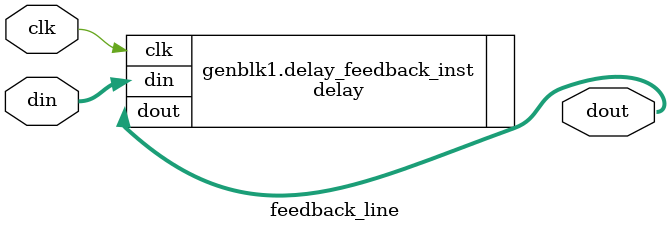
<source format=v>
`default_nettype none

module feedback_line #(
    parameter DIN_WIDTH = 16,
    parameter FEEDBACK_SIZE= 32,
    parameter DELAY_TYPE = "delay" //delay or bram
) (
    input wire clk,
    input wire [DIN_WIDTH-1:0] din,
    output wire [DIN_WIDTH-1:0] dout
);


generate 
    if(DELAY_TYPE == "bram")begin
        //to test!!!!
        fifo_sync #(
            .DIN_WIDTH(DIN_WIDTH),
            .FIFO_DEPTH(FEEDBACK_SIZE),
            .RAM_PERFORMANCE("LOW_LATENCY")
        ) delay_feedback_inst (
            .clk(clk),
            .rst(0),
            .wdata(din),
            .w_valid(1'b1),
            .full(),
            .empty(),
            .rdata(dout),
            .r_valid(),
            .read_req(1'b1)
        );
    end
    else begin
        delay #(
            .DATA_WIDTH(DIN_WIDTH),
            .DELAY_VALUE(FEEDBACK_SIZE)
        ) delay_feedback_inst (
            .clk(clk),
            .din(din),
            .dout(dout)
        );
    end
endgenerate


endmodule



</source>
